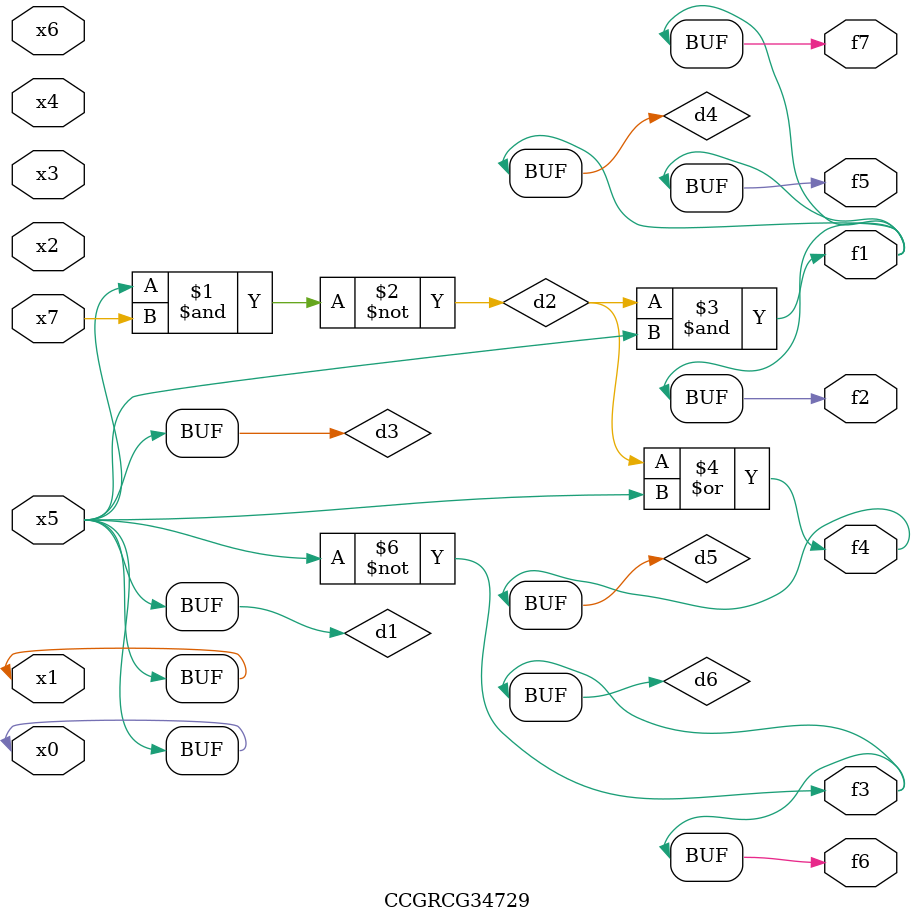
<source format=v>
module CCGRCG34729(
	input x0, x1, x2, x3, x4, x5, x6, x7,
	output f1, f2, f3, f4, f5, f6, f7
);

	wire d1, d2, d3, d4, d5, d6;

	buf (d1, x0, x5);
	nand (d2, x5, x7);
	buf (d3, x0, x1);
	and (d4, d2, d3);
	or (d5, d2, d3);
	nor (d6, d1, d3);
	assign f1 = d4;
	assign f2 = d4;
	assign f3 = d6;
	assign f4 = d5;
	assign f5 = d4;
	assign f6 = d6;
	assign f7 = d4;
endmodule

</source>
